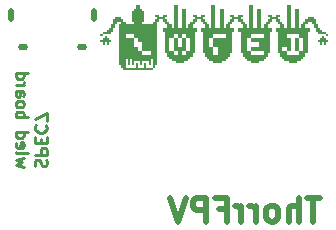
<source format=gbo>
%TF.GenerationSoftware,KiCad,Pcbnew,8.0.6*%
%TF.CreationDate,2025-02-20T11:34:02+01:00*%
%TF.ProjectId,wled usermod,776c6564-2075-4736-9572-6d6f642e6b69,rev?*%
%TF.SameCoordinates,Original*%
%TF.FileFunction,Legend,Bot*%
%TF.FilePolarity,Positive*%
%FSLAX46Y46*%
G04 Gerber Fmt 4.6, Leading zero omitted, Abs format (unit mm)*
G04 Created by KiCad (PCBNEW 8.0.6) date 2025-02-20 11:34:02*
%MOMM*%
%LPD*%
G01*
G04 APERTURE LIST*
%ADD10C,0.500000*%
%ADD11C,0.250000*%
%ADD12C,0.000000*%
%ADD13O,0.500000X1.150000*%
%ADD14O,0.850000X0.550000*%
G04 APERTURE END LIST*
D10*
X163140576Y-107339238D02*
X161997719Y-107339238D01*
X162569148Y-109339238D02*
X162569148Y-107339238D01*
X161331052Y-109339238D02*
X161331052Y-107339238D01*
X160473909Y-109339238D02*
X160473909Y-108291619D01*
X160473909Y-108291619D02*
X160569147Y-108101142D01*
X160569147Y-108101142D02*
X160759623Y-108005904D01*
X160759623Y-108005904D02*
X161045338Y-108005904D01*
X161045338Y-108005904D02*
X161235814Y-108101142D01*
X161235814Y-108101142D02*
X161331052Y-108196380D01*
X159235814Y-109339238D02*
X159426290Y-109244000D01*
X159426290Y-109244000D02*
X159521528Y-109148761D01*
X159521528Y-109148761D02*
X159616766Y-108958285D01*
X159616766Y-108958285D02*
X159616766Y-108386857D01*
X159616766Y-108386857D02*
X159521528Y-108196380D01*
X159521528Y-108196380D02*
X159426290Y-108101142D01*
X159426290Y-108101142D02*
X159235814Y-108005904D01*
X159235814Y-108005904D02*
X158950099Y-108005904D01*
X158950099Y-108005904D02*
X158759623Y-108101142D01*
X158759623Y-108101142D02*
X158664385Y-108196380D01*
X158664385Y-108196380D02*
X158569147Y-108386857D01*
X158569147Y-108386857D02*
X158569147Y-108958285D01*
X158569147Y-108958285D02*
X158664385Y-109148761D01*
X158664385Y-109148761D02*
X158759623Y-109244000D01*
X158759623Y-109244000D02*
X158950099Y-109339238D01*
X158950099Y-109339238D02*
X159235814Y-109339238D01*
X157712004Y-109339238D02*
X157712004Y-108005904D01*
X157712004Y-108386857D02*
X157616766Y-108196380D01*
X157616766Y-108196380D02*
X157521528Y-108101142D01*
X157521528Y-108101142D02*
X157331052Y-108005904D01*
X157331052Y-108005904D02*
X157140575Y-108005904D01*
X156473909Y-109339238D02*
X156473909Y-108005904D01*
X156473909Y-108386857D02*
X156378671Y-108196380D01*
X156378671Y-108196380D02*
X156283433Y-108101142D01*
X156283433Y-108101142D02*
X156092957Y-108005904D01*
X156092957Y-108005904D02*
X155902480Y-108005904D01*
X154569147Y-108291619D02*
X155235814Y-108291619D01*
X155235814Y-109339238D02*
X155235814Y-107339238D01*
X155235814Y-107339238D02*
X154283433Y-107339238D01*
X153521528Y-109339238D02*
X153521528Y-107339238D01*
X153521528Y-107339238D02*
X152759623Y-107339238D01*
X152759623Y-107339238D02*
X152569147Y-107434476D01*
X152569147Y-107434476D02*
X152473909Y-107529714D01*
X152473909Y-107529714D02*
X152378671Y-107720190D01*
X152378671Y-107720190D02*
X152378671Y-108005904D01*
X152378671Y-108005904D02*
X152473909Y-108196380D01*
X152473909Y-108196380D02*
X152569147Y-108291619D01*
X152569147Y-108291619D02*
X152759623Y-108386857D01*
X152759623Y-108386857D02*
X153521528Y-108386857D01*
X151807242Y-107339238D02*
X151140576Y-109339238D01*
X151140576Y-109339238D02*
X150473909Y-107339238D01*
D11*
X139042944Y-104665050D02*
X138995324Y-104522193D01*
X138995324Y-104522193D02*
X138995324Y-104284098D01*
X138995324Y-104284098D02*
X139042944Y-104188860D01*
X139042944Y-104188860D02*
X139090563Y-104141241D01*
X139090563Y-104141241D02*
X139185801Y-104093622D01*
X139185801Y-104093622D02*
X139281039Y-104093622D01*
X139281039Y-104093622D02*
X139376277Y-104141241D01*
X139376277Y-104141241D02*
X139423896Y-104188860D01*
X139423896Y-104188860D02*
X139471515Y-104284098D01*
X139471515Y-104284098D02*
X139519134Y-104474574D01*
X139519134Y-104474574D02*
X139566753Y-104569812D01*
X139566753Y-104569812D02*
X139614372Y-104617431D01*
X139614372Y-104617431D02*
X139709610Y-104665050D01*
X139709610Y-104665050D02*
X139804848Y-104665050D01*
X139804848Y-104665050D02*
X139900086Y-104617431D01*
X139900086Y-104617431D02*
X139947705Y-104569812D01*
X139947705Y-104569812D02*
X139995324Y-104474574D01*
X139995324Y-104474574D02*
X139995324Y-104236479D01*
X139995324Y-104236479D02*
X139947705Y-104093622D01*
X138995324Y-103665050D02*
X139995324Y-103665050D01*
X139995324Y-103665050D02*
X139995324Y-103284098D01*
X139995324Y-103284098D02*
X139947705Y-103188860D01*
X139947705Y-103188860D02*
X139900086Y-103141241D01*
X139900086Y-103141241D02*
X139804848Y-103093622D01*
X139804848Y-103093622D02*
X139661991Y-103093622D01*
X139661991Y-103093622D02*
X139566753Y-103141241D01*
X139566753Y-103141241D02*
X139519134Y-103188860D01*
X139519134Y-103188860D02*
X139471515Y-103284098D01*
X139471515Y-103284098D02*
X139471515Y-103665050D01*
X139519134Y-102665050D02*
X139519134Y-102331717D01*
X138995324Y-102188860D02*
X138995324Y-102665050D01*
X138995324Y-102665050D02*
X139995324Y-102665050D01*
X139995324Y-102665050D02*
X139995324Y-102188860D01*
X139090563Y-101188860D02*
X139042944Y-101236479D01*
X139042944Y-101236479D02*
X138995324Y-101379336D01*
X138995324Y-101379336D02*
X138995324Y-101474574D01*
X138995324Y-101474574D02*
X139042944Y-101617431D01*
X139042944Y-101617431D02*
X139138182Y-101712669D01*
X139138182Y-101712669D02*
X139233420Y-101760288D01*
X139233420Y-101760288D02*
X139423896Y-101807907D01*
X139423896Y-101807907D02*
X139566753Y-101807907D01*
X139566753Y-101807907D02*
X139757229Y-101760288D01*
X139757229Y-101760288D02*
X139852467Y-101712669D01*
X139852467Y-101712669D02*
X139947705Y-101617431D01*
X139947705Y-101617431D02*
X139995324Y-101474574D01*
X139995324Y-101474574D02*
X139995324Y-101379336D01*
X139995324Y-101379336D02*
X139947705Y-101236479D01*
X139947705Y-101236479D02*
X139900086Y-101188860D01*
X139995324Y-100855526D02*
X139995324Y-100188860D01*
X139995324Y-100188860D02*
X138995324Y-100617431D01*
X138052047Y-104712669D02*
X137385380Y-104522193D01*
X137385380Y-104522193D02*
X137861571Y-104331717D01*
X137861571Y-104331717D02*
X137385380Y-104141241D01*
X137385380Y-104141241D02*
X138052047Y-103950765D01*
X137385380Y-103426955D02*
X137433000Y-103522193D01*
X137433000Y-103522193D02*
X137528238Y-103569812D01*
X137528238Y-103569812D02*
X138385380Y-103569812D01*
X137433000Y-102665050D02*
X137385380Y-102760288D01*
X137385380Y-102760288D02*
X137385380Y-102950764D01*
X137385380Y-102950764D02*
X137433000Y-103046002D01*
X137433000Y-103046002D02*
X137528238Y-103093621D01*
X137528238Y-103093621D02*
X137909190Y-103093621D01*
X137909190Y-103093621D02*
X138004428Y-103046002D01*
X138004428Y-103046002D02*
X138052047Y-102950764D01*
X138052047Y-102950764D02*
X138052047Y-102760288D01*
X138052047Y-102760288D02*
X138004428Y-102665050D01*
X138004428Y-102665050D02*
X137909190Y-102617431D01*
X137909190Y-102617431D02*
X137813952Y-102617431D01*
X137813952Y-102617431D02*
X137718714Y-103093621D01*
X137385380Y-101760288D02*
X138385380Y-101760288D01*
X137433000Y-101760288D02*
X137385380Y-101855526D01*
X137385380Y-101855526D02*
X137385380Y-102046002D01*
X137385380Y-102046002D02*
X137433000Y-102141240D01*
X137433000Y-102141240D02*
X137480619Y-102188859D01*
X137480619Y-102188859D02*
X137575857Y-102236478D01*
X137575857Y-102236478D02*
X137861571Y-102236478D01*
X137861571Y-102236478D02*
X137956809Y-102188859D01*
X137956809Y-102188859D02*
X138004428Y-102141240D01*
X138004428Y-102141240D02*
X138052047Y-102046002D01*
X138052047Y-102046002D02*
X138052047Y-101855526D01*
X138052047Y-101855526D02*
X138004428Y-101760288D01*
X137385380Y-100522192D02*
X138385380Y-100522192D01*
X138004428Y-100522192D02*
X138052047Y-100426954D01*
X138052047Y-100426954D02*
X138052047Y-100236478D01*
X138052047Y-100236478D02*
X138004428Y-100141240D01*
X138004428Y-100141240D02*
X137956809Y-100093621D01*
X137956809Y-100093621D02*
X137861571Y-100046002D01*
X137861571Y-100046002D02*
X137575857Y-100046002D01*
X137575857Y-100046002D02*
X137480619Y-100093621D01*
X137480619Y-100093621D02*
X137433000Y-100141240D01*
X137433000Y-100141240D02*
X137385380Y-100236478D01*
X137385380Y-100236478D02*
X137385380Y-100426954D01*
X137385380Y-100426954D02*
X137433000Y-100522192D01*
X137385380Y-99474573D02*
X137433000Y-99569811D01*
X137433000Y-99569811D02*
X137480619Y-99617430D01*
X137480619Y-99617430D02*
X137575857Y-99665049D01*
X137575857Y-99665049D02*
X137861571Y-99665049D01*
X137861571Y-99665049D02*
X137956809Y-99617430D01*
X137956809Y-99617430D02*
X138004428Y-99569811D01*
X138004428Y-99569811D02*
X138052047Y-99474573D01*
X138052047Y-99474573D02*
X138052047Y-99331716D01*
X138052047Y-99331716D02*
X138004428Y-99236478D01*
X138004428Y-99236478D02*
X137956809Y-99188859D01*
X137956809Y-99188859D02*
X137861571Y-99141240D01*
X137861571Y-99141240D02*
X137575857Y-99141240D01*
X137575857Y-99141240D02*
X137480619Y-99188859D01*
X137480619Y-99188859D02*
X137433000Y-99236478D01*
X137433000Y-99236478D02*
X137385380Y-99331716D01*
X137385380Y-99331716D02*
X137385380Y-99474573D01*
X137385380Y-98284097D02*
X137909190Y-98284097D01*
X137909190Y-98284097D02*
X138004428Y-98331716D01*
X138004428Y-98331716D02*
X138052047Y-98426954D01*
X138052047Y-98426954D02*
X138052047Y-98617430D01*
X138052047Y-98617430D02*
X138004428Y-98712668D01*
X137433000Y-98284097D02*
X137385380Y-98379335D01*
X137385380Y-98379335D02*
X137385380Y-98617430D01*
X137385380Y-98617430D02*
X137433000Y-98712668D01*
X137433000Y-98712668D02*
X137528238Y-98760287D01*
X137528238Y-98760287D02*
X137623476Y-98760287D01*
X137623476Y-98760287D02*
X137718714Y-98712668D01*
X137718714Y-98712668D02*
X137766333Y-98617430D01*
X137766333Y-98617430D02*
X137766333Y-98379335D01*
X137766333Y-98379335D02*
X137813952Y-98284097D01*
X137385380Y-97807906D02*
X138052047Y-97807906D01*
X137861571Y-97807906D02*
X137956809Y-97760287D01*
X137956809Y-97760287D02*
X138004428Y-97712668D01*
X138004428Y-97712668D02*
X138052047Y-97617430D01*
X138052047Y-97617430D02*
X138052047Y-97522192D01*
X137385380Y-96760287D02*
X138385380Y-96760287D01*
X137433000Y-96760287D02*
X137385380Y-96855525D01*
X137385380Y-96855525D02*
X137385380Y-97046001D01*
X137385380Y-97046001D02*
X137433000Y-97141239D01*
X137433000Y-97141239D02*
X137480619Y-97188858D01*
X137480619Y-97188858D02*
X137575857Y-97236477D01*
X137575857Y-97236477D02*
X137861571Y-97236477D01*
X137861571Y-97236477D02*
X137956809Y-97188858D01*
X137956809Y-97188858D02*
X138004428Y-97141239D01*
X138004428Y-97141239D02*
X138052047Y-97046001D01*
X138052047Y-97046001D02*
X138052047Y-96855525D01*
X138052047Y-96855525D02*
X138004428Y-96760287D01*
D12*
%TO.C,G\u002A\u002A\u002A*%
G36*
X144724487Y-93558097D02*
G01*
X144724487Y-93646653D01*
X144635931Y-93646653D01*
X144547375Y-93646653D01*
X144547375Y-93558097D01*
X144547375Y-93469540D01*
X144635931Y-93469540D01*
X144724487Y-93469540D01*
X144724487Y-93558097D01*
G37*
G36*
X161367843Y-94355102D02*
G01*
X161367843Y-94886439D01*
X161190730Y-94886439D01*
X161013618Y-94886439D01*
X161013618Y-94355102D01*
X161013618Y-93823765D01*
X161190730Y-93823765D01*
X161367843Y-93823765D01*
X161367843Y-94355102D01*
G37*
G36*
X145078712Y-93735209D02*
G01*
X145078712Y-93823765D01*
X145167268Y-93823765D01*
X145255825Y-93823765D01*
X145255825Y-93912321D01*
X145255825Y-94000878D01*
X145344381Y-94000878D01*
X145432937Y-94000878D01*
X145432937Y-94089434D01*
X145432937Y-94177990D01*
X145344381Y-94177990D01*
X145255825Y-94177990D01*
X145255825Y-94266546D01*
X145255825Y-94355102D01*
X145167268Y-94355102D01*
X145078712Y-94355102D01*
X145078712Y-94266546D01*
X145078712Y-94177990D01*
X144990156Y-94177990D01*
X144901600Y-94177990D01*
X144901600Y-94266546D01*
X144901600Y-94355102D01*
X144813044Y-94355102D01*
X144724487Y-94355102D01*
X144724487Y-94266546D01*
X144724487Y-94177990D01*
X144635931Y-94177990D01*
X144547375Y-94177990D01*
X144547375Y-94089434D01*
X144547375Y-94000878D01*
X144635931Y-94000878D01*
X144724487Y-94000878D01*
X144724487Y-93912321D01*
X144724487Y-93823765D01*
X144813044Y-93823765D01*
X144901600Y-93823765D01*
X144901600Y-93735209D01*
X144901600Y-93646653D01*
X144990156Y-93646653D01*
X145078712Y-93646653D01*
X145078712Y-93735209D01*
G37*
G36*
X163493191Y-93735209D02*
G01*
X163493191Y-93823765D01*
X163581748Y-93823765D01*
X163670304Y-93823765D01*
X163670304Y-93912321D01*
X163670304Y-94000878D01*
X163758860Y-94000878D01*
X163847416Y-94000878D01*
X163847416Y-94089434D01*
X163847416Y-94177990D01*
X163758860Y-94177990D01*
X163670304Y-94177990D01*
X163670304Y-94266546D01*
X163670304Y-94355102D01*
X163581748Y-94355102D01*
X163493191Y-94355102D01*
X163493191Y-94266546D01*
X163493191Y-94177990D01*
X163404635Y-94177990D01*
X163316079Y-94177990D01*
X163316079Y-94266546D01*
X163316079Y-94355102D01*
X163227523Y-94355102D01*
X163138967Y-94355102D01*
X163138967Y-94266546D01*
X163138967Y-94177990D01*
X163050410Y-94177990D01*
X162961854Y-94177990D01*
X162961854Y-94089434D01*
X162961854Y-94000878D01*
X163050410Y-94000878D01*
X163138967Y-94000878D01*
X163138967Y-93912321D01*
X163138967Y-93823765D01*
X163227523Y-93823765D01*
X163316079Y-93823765D01*
X163316079Y-93735209D01*
X163316079Y-93646653D01*
X163404635Y-93646653D01*
X163493191Y-93646653D01*
X163493191Y-93735209D01*
G37*
G36*
X147912510Y-91167079D02*
G01*
X147912510Y-91344192D01*
X148001067Y-91344192D01*
X148089623Y-91344192D01*
X148089623Y-91432748D01*
X148089623Y-91521304D01*
X148178179Y-91521304D01*
X148266735Y-91521304D01*
X148266735Y-91964085D01*
X148266735Y-92406866D01*
X148178179Y-92406866D01*
X148089623Y-92406866D01*
X148089623Y-92495422D01*
X148089623Y-92583978D01*
X148532404Y-92583978D01*
X148975185Y-92583978D01*
X148975185Y-92495422D01*
X148975185Y-92406866D01*
X149063741Y-92406866D01*
X149152297Y-92406866D01*
X149152297Y-92318310D01*
X149152297Y-92229754D01*
X149240853Y-92229754D01*
X149329410Y-92229754D01*
X149329410Y-92141197D01*
X149329410Y-92052641D01*
X149240853Y-92052641D01*
X149152297Y-92052641D01*
X149152297Y-91964085D01*
X149152297Y-91875529D01*
X149329410Y-91875529D01*
X149506522Y-91875529D01*
X149506522Y-91964085D01*
X149506522Y-92052641D01*
X149683634Y-92052641D01*
X149860747Y-92052641D01*
X149860747Y-91964085D01*
X149860747Y-91875529D01*
X150037859Y-91875529D01*
X150214971Y-91875529D01*
X150214971Y-91964085D01*
X150214971Y-92052641D01*
X150126415Y-92052641D01*
X150037859Y-92052641D01*
X150037859Y-92141197D01*
X150037859Y-92229754D01*
X150126415Y-92229754D01*
X150214971Y-92229754D01*
X150214971Y-92318310D01*
X150214971Y-92406866D01*
X150303528Y-92406866D01*
X150392084Y-92406866D01*
X150392084Y-92495422D01*
X150392084Y-92583978D01*
X150480640Y-92583978D01*
X150569196Y-92583978D01*
X150569196Y-92761091D01*
X150569196Y-92938203D01*
X150657752Y-92938203D01*
X150746309Y-92938203D01*
X150746309Y-91964085D01*
X150746309Y-90989967D01*
X150923421Y-90989967D01*
X151100533Y-90989967D01*
X151100533Y-91964085D01*
X151100533Y-92938203D01*
X151277646Y-92938203D01*
X151454758Y-92938203D01*
X151454758Y-92141197D01*
X151454758Y-91344192D01*
X151631871Y-91344192D01*
X151808983Y-91344192D01*
X151808983Y-92141197D01*
X151808983Y-92938203D01*
X151897539Y-92938203D01*
X151986095Y-92938203D01*
X151986095Y-92761091D01*
X151986095Y-92583978D01*
X152074652Y-92583978D01*
X152163208Y-92583978D01*
X152163208Y-92495422D01*
X152163208Y-92406866D01*
X152251764Y-92406866D01*
X152340320Y-92406866D01*
X152340320Y-92318310D01*
X152340320Y-92229754D01*
X152428876Y-92229754D01*
X152517433Y-92229754D01*
X152517433Y-92141197D01*
X152517433Y-92052641D01*
X152428876Y-92052641D01*
X152340320Y-92052641D01*
X152340320Y-91964085D01*
X152340320Y-91875529D01*
X152517433Y-91875529D01*
X152694545Y-91875529D01*
X152694545Y-91964085D01*
X152694545Y-92052641D01*
X152871657Y-92052641D01*
X153048770Y-92052641D01*
X153048770Y-91964085D01*
X153048770Y-91875529D01*
X153225882Y-91875529D01*
X153402994Y-91875529D01*
X153402994Y-91964085D01*
X153402994Y-92052641D01*
X153314438Y-92052641D01*
X153225882Y-92052641D01*
X153225882Y-92141197D01*
X153225882Y-92229754D01*
X153314438Y-92229754D01*
X153402994Y-92229754D01*
X153402994Y-92318310D01*
X153402994Y-92406866D01*
X153491551Y-92406866D01*
X153580107Y-92406866D01*
X153580107Y-92495422D01*
X153580107Y-92583978D01*
X153668663Y-92583978D01*
X153757219Y-92583978D01*
X153757219Y-92761091D01*
X153757219Y-92938203D01*
X153845775Y-92938203D01*
X153934332Y-92938203D01*
X153934332Y-91964085D01*
X153934332Y-90989967D01*
X154108839Y-90989967D01*
X154283347Y-90989967D01*
X154283347Y-91964085D01*
X154283347Y-92938203D01*
X154460460Y-92938203D01*
X154637572Y-92938203D01*
X154637572Y-92141197D01*
X154637572Y-91344192D01*
X154814684Y-91344192D01*
X154991797Y-91344192D01*
X154991797Y-92141197D01*
X154991797Y-92938203D01*
X155080353Y-92938203D01*
X155168909Y-92938203D01*
X155168909Y-92761091D01*
X155168909Y-92583978D01*
X155257465Y-92583978D01*
X155346022Y-92583978D01*
X155346022Y-92495422D01*
X155346022Y-92406866D01*
X155434578Y-92406866D01*
X155523134Y-92406866D01*
X155523134Y-92318310D01*
X155523134Y-92229754D01*
X155611690Y-92229754D01*
X155700246Y-92229754D01*
X155700246Y-92141197D01*
X155700246Y-92052641D01*
X155611690Y-92052641D01*
X155523134Y-92052641D01*
X155523134Y-91964085D01*
X155523134Y-91875529D01*
X155700246Y-91875529D01*
X155877359Y-91875529D01*
X155877359Y-91964085D01*
X155877359Y-92052641D01*
X156054471Y-92052641D01*
X156231583Y-92052641D01*
X156231583Y-91964085D01*
X156231583Y-91875529D01*
X156408696Y-91875529D01*
X156585808Y-91875529D01*
X156585808Y-91964085D01*
X156585808Y-92052641D01*
X156497252Y-92052641D01*
X156408696Y-92052641D01*
X156408696Y-92141197D01*
X156408696Y-92229754D01*
X156497252Y-92229754D01*
X156585808Y-92229754D01*
X156585808Y-92318310D01*
X156585808Y-92406866D01*
X156674364Y-92406866D01*
X156762921Y-92406866D01*
X156762921Y-92495422D01*
X156762921Y-92583978D01*
X156851477Y-92583978D01*
X156940033Y-92583978D01*
X156940033Y-92761091D01*
X156940033Y-92938203D01*
X157028589Y-92938203D01*
X157117145Y-92938203D01*
X157117145Y-91964085D01*
X157117145Y-90989967D01*
X157294258Y-90989967D01*
X157471370Y-90989967D01*
X157471370Y-91964085D01*
X157471370Y-92938203D01*
X157648483Y-92938203D01*
X157825595Y-92938203D01*
X157825595Y-92141197D01*
X157825595Y-91344192D01*
X158002707Y-91344192D01*
X158179820Y-91344192D01*
X158179820Y-92141197D01*
X158179820Y-92938203D01*
X158268376Y-92938203D01*
X158356932Y-92938203D01*
X158356932Y-92761091D01*
X158356932Y-92583978D01*
X158445488Y-92583978D01*
X158534044Y-92583978D01*
X158534044Y-92495422D01*
X158534044Y-92406866D01*
X158622601Y-92406866D01*
X158711157Y-92406866D01*
X158711157Y-92318310D01*
X158711157Y-92229754D01*
X158799713Y-92229754D01*
X158888269Y-92229754D01*
X158888269Y-92141197D01*
X158888269Y-92052641D01*
X158799713Y-92052641D01*
X158711157Y-92052641D01*
X158711157Y-91964085D01*
X158711157Y-91875529D01*
X158888269Y-91875529D01*
X159065382Y-91875529D01*
X159065382Y-91964085D01*
X159065382Y-92052641D01*
X159242494Y-92052641D01*
X159419606Y-92052641D01*
X159419606Y-91964085D01*
X159419606Y-91875529D01*
X159596719Y-91875529D01*
X159773831Y-91875529D01*
X159773831Y-91964085D01*
X159773831Y-92052641D01*
X159685275Y-92052641D01*
X159596719Y-92052641D01*
X159596719Y-92141197D01*
X159596719Y-92229754D01*
X159685275Y-92229754D01*
X159773831Y-92229754D01*
X159773831Y-92318310D01*
X159773831Y-92406866D01*
X159862387Y-92406866D01*
X159950944Y-92406866D01*
X159950944Y-92495422D01*
X159950944Y-92583978D01*
X160039500Y-92583978D01*
X160128056Y-92583978D01*
X160128056Y-92761091D01*
X160128056Y-92938203D01*
X160216612Y-92938203D01*
X160305168Y-92938203D01*
X160305168Y-91964085D01*
X160305168Y-90989967D01*
X160482281Y-90989967D01*
X160659393Y-90989967D01*
X160659393Y-91964085D01*
X160659393Y-92938203D01*
X160836506Y-92938203D01*
X161013618Y-92938203D01*
X161013618Y-92141197D01*
X161013618Y-91344192D01*
X161190730Y-91344192D01*
X161367843Y-91344192D01*
X161367843Y-92141197D01*
X161367843Y-92938203D01*
X161456399Y-92938203D01*
X161544955Y-92938203D01*
X161544955Y-92761091D01*
X161544955Y-92583978D01*
X161633511Y-92583978D01*
X161722067Y-92583978D01*
X161722067Y-92495422D01*
X161722067Y-92406866D01*
X161810624Y-92406866D01*
X161899180Y-92406866D01*
X161899180Y-92318310D01*
X161899180Y-92229754D01*
X161987736Y-92229754D01*
X162076292Y-92229754D01*
X162076292Y-92141197D01*
X162076292Y-92052641D01*
X162341961Y-92052641D01*
X162607629Y-92052641D01*
X162607629Y-92141197D01*
X162607629Y-92229754D01*
X162696186Y-92229754D01*
X162784742Y-92229754D01*
X162784742Y-92406866D01*
X162784742Y-92583978D01*
X162873298Y-92583978D01*
X162961854Y-92583978D01*
X162961854Y-92761091D01*
X162961854Y-92938203D01*
X163050410Y-92938203D01*
X163138967Y-92938203D01*
X163138967Y-93026759D01*
X163138967Y-93115316D01*
X163227523Y-93115316D01*
X163316079Y-93115316D01*
X163316079Y-93203872D01*
X163316079Y-93292428D01*
X163493191Y-93292428D01*
X163670304Y-93292428D01*
X163670304Y-93380984D01*
X163670304Y-93469540D01*
X163316079Y-93469540D01*
X162961854Y-93469540D01*
X162961854Y-93380984D01*
X162961854Y-93292428D01*
X162873298Y-93292428D01*
X162784742Y-93292428D01*
X162784742Y-93115316D01*
X162784742Y-92938203D01*
X162696186Y-92938203D01*
X162607629Y-92938203D01*
X162607629Y-92761091D01*
X162607629Y-92583978D01*
X162519073Y-92583978D01*
X162430517Y-92583978D01*
X162430517Y-92495422D01*
X162430517Y-92406866D01*
X162253405Y-92406866D01*
X162076292Y-92406866D01*
X162076292Y-92495422D01*
X162076292Y-92583978D01*
X161987736Y-92583978D01*
X161899180Y-92583978D01*
X161899180Y-92761091D01*
X161899180Y-92938203D01*
X162076292Y-92938203D01*
X162253405Y-92938203D01*
X162253405Y-93115316D01*
X162253405Y-93292428D01*
X162164848Y-93292428D01*
X162076292Y-93292428D01*
X162076292Y-94177990D01*
X162076292Y-95063552D01*
X161987736Y-95063552D01*
X161899180Y-95063552D01*
X161899180Y-95240664D01*
X161899180Y-95417777D01*
X161810624Y-95417777D01*
X161722067Y-95417777D01*
X161722067Y-95506333D01*
X161722067Y-95594889D01*
X161633511Y-95594889D01*
X161544955Y-95594889D01*
X161544955Y-95683445D01*
X161544955Y-95772001D01*
X161367843Y-95772001D01*
X161190730Y-95772001D01*
X161190730Y-95860558D01*
X161190730Y-95949114D01*
X160836506Y-95949114D01*
X160482281Y-95949114D01*
X160482281Y-95860558D01*
X160482281Y-95772001D01*
X160305168Y-95772001D01*
X160128056Y-95772001D01*
X160128056Y-95683445D01*
X160128056Y-95594889D01*
X160039500Y-95594889D01*
X159950944Y-95594889D01*
X159950944Y-95506333D01*
X159950944Y-95417777D01*
X159862387Y-95417777D01*
X159773831Y-95417777D01*
X159773831Y-95240664D01*
X159773831Y-95063552D01*
X159685275Y-95063552D01*
X159596719Y-95063552D01*
X159596719Y-94886439D01*
X159596719Y-94532215D01*
X159950944Y-94532215D01*
X159950944Y-94709327D01*
X159950944Y-94886439D01*
X160128056Y-94886439D01*
X160305168Y-94886439D01*
X160305168Y-95063552D01*
X160305168Y-95240664D01*
X160836506Y-95240664D01*
X161367843Y-95240664D01*
X161367843Y-95063552D01*
X161367843Y-94886439D01*
X161544955Y-94886439D01*
X161722067Y-94886439D01*
X161722067Y-94355102D01*
X161722067Y-93823765D01*
X161544955Y-93823765D01*
X161367843Y-93823765D01*
X161367843Y-93646653D01*
X161367843Y-93469540D01*
X160836506Y-93469540D01*
X160305168Y-93469540D01*
X160305168Y-93646653D01*
X160305168Y-93823765D01*
X160482281Y-93823765D01*
X160659393Y-93823765D01*
X160659393Y-94355102D01*
X160659393Y-94886439D01*
X160482281Y-94886439D01*
X160305168Y-94886439D01*
X160305168Y-94709327D01*
X160305168Y-94532215D01*
X160128056Y-94532215D01*
X159950944Y-94532215D01*
X159596719Y-94532215D01*
X159596719Y-94177990D01*
X159596719Y-93292428D01*
X159508163Y-93292428D01*
X159419606Y-93292428D01*
X159419606Y-93115316D01*
X159419606Y-92938203D01*
X159596719Y-92938203D01*
X159773831Y-92938203D01*
X159773831Y-92761091D01*
X159773831Y-92583978D01*
X159685275Y-92583978D01*
X159596719Y-92583978D01*
X159596719Y-92495422D01*
X159596719Y-92406866D01*
X159508163Y-92406866D01*
X159419606Y-92406866D01*
X159419606Y-92318310D01*
X159419606Y-92229754D01*
X159242494Y-92229754D01*
X159065382Y-92229754D01*
X159065382Y-92318310D01*
X159065382Y-92406866D01*
X158976825Y-92406866D01*
X158888269Y-92406866D01*
X158888269Y-92495422D01*
X158888269Y-92583978D01*
X158799713Y-92583978D01*
X158711157Y-92583978D01*
X158711157Y-92761091D01*
X158711157Y-92938203D01*
X158888269Y-92938203D01*
X159065382Y-92938203D01*
X159065382Y-93115316D01*
X159065382Y-93292428D01*
X158976825Y-93292428D01*
X158888269Y-93292428D01*
X158888269Y-94177990D01*
X158888269Y-95063552D01*
X158799713Y-95063552D01*
X158711157Y-95063552D01*
X158711157Y-95240664D01*
X158711157Y-95417777D01*
X158622601Y-95417777D01*
X158534044Y-95417777D01*
X158534044Y-95506333D01*
X158534044Y-95594889D01*
X158445488Y-95594889D01*
X158356932Y-95594889D01*
X158356932Y-95683445D01*
X158356932Y-95772001D01*
X158179820Y-95772001D01*
X158002707Y-95772001D01*
X158002707Y-95860558D01*
X158002707Y-95949114D01*
X157648483Y-95949114D01*
X157294258Y-95949114D01*
X157294258Y-95860558D01*
X157294258Y-95772001D01*
X157117145Y-95772001D01*
X156940033Y-95772001D01*
X156940033Y-95683445D01*
X156940033Y-95594889D01*
X156851477Y-95594889D01*
X156762921Y-95594889D01*
X156762921Y-95506333D01*
X156762921Y-95417777D01*
X156674364Y-95417777D01*
X156585808Y-95417777D01*
X156585808Y-95240664D01*
X156585808Y-95063552D01*
X156497252Y-95063552D01*
X156408696Y-95063552D01*
X156408696Y-94886439D01*
X156408696Y-94177990D01*
X156408696Y-93823765D01*
X156940033Y-93823765D01*
X156940033Y-94355102D01*
X156940033Y-94886439D01*
X157117145Y-94886439D01*
X157294258Y-94886439D01*
X157294258Y-95063552D01*
X157294258Y-95240664D01*
X157825595Y-95240664D01*
X158356932Y-95240664D01*
X158356932Y-95063552D01*
X158356932Y-94886439D01*
X157825595Y-94886439D01*
X157294258Y-94886439D01*
X157294258Y-94709327D01*
X157294258Y-94532215D01*
X157648483Y-94532215D01*
X158002707Y-94532215D01*
X158002707Y-94355102D01*
X158002707Y-94177990D01*
X157648483Y-94177990D01*
X157294258Y-94177990D01*
X157294258Y-94000878D01*
X157294258Y-93823765D01*
X157825595Y-93823765D01*
X158356932Y-93823765D01*
X158356932Y-93646653D01*
X158356932Y-93469540D01*
X157825595Y-93469540D01*
X157294258Y-93469540D01*
X157294258Y-93646653D01*
X157294258Y-93823765D01*
X157117145Y-93823765D01*
X156940033Y-93823765D01*
X156408696Y-93823765D01*
X156408696Y-93646653D01*
X156408696Y-93292428D01*
X156320140Y-93292428D01*
X156231583Y-93292428D01*
X156231583Y-93115316D01*
X156231583Y-92938203D01*
X156408696Y-92938203D01*
X156585808Y-92938203D01*
X156585808Y-92761091D01*
X156585808Y-92583978D01*
X156497252Y-92583978D01*
X156408696Y-92583978D01*
X156408696Y-92495422D01*
X156408696Y-92406866D01*
X156320140Y-92406866D01*
X156231583Y-92406866D01*
X156231583Y-92318310D01*
X156231583Y-92229754D01*
X156054471Y-92229754D01*
X155877359Y-92229754D01*
X155877359Y-92318310D01*
X155877359Y-92406866D01*
X155788802Y-92406866D01*
X155700246Y-92406866D01*
X155700246Y-92495422D01*
X155700246Y-92583978D01*
X155611690Y-92583978D01*
X155523134Y-92583978D01*
X155523134Y-92761091D01*
X155523134Y-92938203D01*
X155700246Y-92938203D01*
X155877359Y-92938203D01*
X155877359Y-93115316D01*
X155877359Y-93292428D01*
X155788802Y-93292428D01*
X155700246Y-93292428D01*
X155700246Y-94177990D01*
X155700246Y-95063552D01*
X155611690Y-95063552D01*
X155523134Y-95063552D01*
X155523134Y-95240664D01*
X155523134Y-95417777D01*
X155434578Y-95417777D01*
X155346022Y-95417777D01*
X155346022Y-95506333D01*
X155346022Y-95594889D01*
X155257465Y-95594889D01*
X155168909Y-95594889D01*
X155168909Y-95683445D01*
X155168909Y-95772001D01*
X154991797Y-95772001D01*
X154814684Y-95772001D01*
X154814684Y-95860558D01*
X154814684Y-95949114D01*
X154463064Y-95949114D01*
X154111444Y-95949114D01*
X154111444Y-95860558D01*
X154111444Y-95772001D01*
X153934332Y-95772001D01*
X153757219Y-95772001D01*
X153757219Y-95683445D01*
X153757219Y-95594889D01*
X153668663Y-95594889D01*
X153580107Y-95594889D01*
X153580107Y-95506333D01*
X153580107Y-95417777D01*
X153491551Y-95417777D01*
X153402994Y-95417777D01*
X153402994Y-95240664D01*
X153402994Y-95063552D01*
X153314438Y-95063552D01*
X153225882Y-95063552D01*
X153225882Y-94532215D01*
X153225882Y-94177990D01*
X153225882Y-93823765D01*
X153757219Y-93823765D01*
X153757219Y-94177990D01*
X153757219Y-94532215D01*
X153934332Y-94532215D01*
X154111444Y-94532215D01*
X154111444Y-94886439D01*
X154111444Y-95240664D01*
X154285952Y-95240664D01*
X154460460Y-95240664D01*
X154460460Y-94886439D01*
X154460460Y-94532215D01*
X154285952Y-94532215D01*
X154111444Y-94532215D01*
X154111444Y-94177990D01*
X154111444Y-93823765D01*
X154640177Y-93823765D01*
X155168909Y-93823765D01*
X155168909Y-93646653D01*
X155168909Y-93469540D01*
X154640177Y-93469540D01*
X154111444Y-93469540D01*
X154111444Y-93646653D01*
X154111444Y-93823765D01*
X153934332Y-93823765D01*
X153757219Y-93823765D01*
X153225882Y-93823765D01*
X153225882Y-93646653D01*
X153225882Y-93292428D01*
X153137326Y-93292428D01*
X153048770Y-93292428D01*
X153048770Y-93115316D01*
X153048770Y-92938203D01*
X153225882Y-92938203D01*
X153402994Y-92938203D01*
X153402994Y-92761091D01*
X153402994Y-92583978D01*
X153314438Y-92583978D01*
X153225882Y-92583978D01*
X153225882Y-92495422D01*
X153225882Y-92406866D01*
X153137326Y-92406866D01*
X153048770Y-92406866D01*
X153048770Y-92318310D01*
X153048770Y-92229754D01*
X152871657Y-92229754D01*
X152694545Y-92229754D01*
X152694545Y-92318310D01*
X152694545Y-92406866D01*
X152605989Y-92406866D01*
X152517433Y-92406866D01*
X152517433Y-92495422D01*
X152517433Y-92583978D01*
X152428876Y-92583978D01*
X152340320Y-92583978D01*
X152340320Y-92761091D01*
X152340320Y-92938203D01*
X152517433Y-92938203D01*
X152694545Y-92938203D01*
X152694545Y-93115316D01*
X152694545Y-93292428D01*
X152605989Y-93292428D01*
X152517433Y-93292428D01*
X152517433Y-94177990D01*
X152517433Y-95063552D01*
X152428876Y-95063552D01*
X152340320Y-95063552D01*
X152340320Y-95240664D01*
X152340320Y-95417777D01*
X152251764Y-95417777D01*
X152163208Y-95417777D01*
X152163208Y-95506333D01*
X152163208Y-95594889D01*
X152074652Y-95594889D01*
X151986095Y-95594889D01*
X151986095Y-95683445D01*
X151986095Y-95772001D01*
X151808983Y-95772001D01*
X151631871Y-95772001D01*
X151631871Y-95860558D01*
X151631871Y-95949114D01*
X151277646Y-95949114D01*
X150923421Y-95949114D01*
X150923421Y-95860558D01*
X150923421Y-95772001D01*
X150746309Y-95772001D01*
X150569196Y-95772001D01*
X150569196Y-95683445D01*
X150569196Y-95594889D01*
X150480640Y-95594889D01*
X150392084Y-95594889D01*
X150392084Y-95506333D01*
X150392084Y-95417777D01*
X150303528Y-95417777D01*
X150214971Y-95417777D01*
X150214971Y-95240664D01*
X150214971Y-95063552D01*
X150126415Y-95063552D01*
X150037859Y-95063552D01*
X150037859Y-94886439D01*
X150037859Y-94177990D01*
X150037859Y-93823765D01*
X150392084Y-93823765D01*
X150392084Y-94355102D01*
X150392084Y-94886439D01*
X150569196Y-94886439D01*
X150746309Y-94886439D01*
X150746309Y-95063552D01*
X150746309Y-95240664D01*
X150923421Y-95240664D01*
X151100533Y-95240664D01*
X151454758Y-95240664D01*
X151631871Y-95240664D01*
X151808983Y-95240664D01*
X151808983Y-95063552D01*
X151808983Y-94886439D01*
X151631871Y-94886439D01*
X151454758Y-94886439D01*
X151454758Y-95063552D01*
X151454758Y-95240664D01*
X151100533Y-95240664D01*
X151100533Y-95063552D01*
X151100533Y-94886439D01*
X150923421Y-94886439D01*
X150746309Y-94886439D01*
X150746309Y-94355102D01*
X150746309Y-93823765D01*
X150923421Y-93823765D01*
X151100533Y-93823765D01*
X151100533Y-94177990D01*
X151100533Y-94532215D01*
X151277646Y-94532215D01*
X151454758Y-94532215D01*
X151454758Y-94177990D01*
X151454758Y-93823765D01*
X151631871Y-93823765D01*
X151808983Y-93823765D01*
X151808983Y-94355102D01*
X151808983Y-94886439D01*
X151986095Y-94886439D01*
X152163208Y-94886439D01*
X152163208Y-94355102D01*
X152163208Y-93823765D01*
X151986095Y-93823765D01*
X151808983Y-93823765D01*
X151808983Y-93646653D01*
X151808983Y-93469540D01*
X151631871Y-93469540D01*
X151454758Y-93469540D01*
X151454758Y-93646653D01*
X151454758Y-93823765D01*
X151277646Y-93823765D01*
X151100533Y-93823765D01*
X151100533Y-93646653D01*
X151100533Y-93469540D01*
X150923421Y-93469540D01*
X150746309Y-93469540D01*
X150746309Y-93646653D01*
X150746309Y-93823765D01*
X150569196Y-93823765D01*
X150392084Y-93823765D01*
X150037859Y-93823765D01*
X150037859Y-93292428D01*
X149949303Y-93292428D01*
X149860747Y-93292428D01*
X149860747Y-93115316D01*
X149860747Y-92938203D01*
X150037859Y-92938203D01*
X150214971Y-92938203D01*
X150214971Y-92761091D01*
X150214971Y-92583978D01*
X150126415Y-92583978D01*
X150037859Y-92583978D01*
X150037859Y-92495422D01*
X150037859Y-92406866D01*
X149949303Y-92406866D01*
X149860747Y-92406866D01*
X149860747Y-92318310D01*
X149860747Y-92229754D01*
X149683634Y-92229754D01*
X149506522Y-92229754D01*
X149506522Y-92318310D01*
X149506522Y-92406866D01*
X149417966Y-92406866D01*
X149329410Y-92406866D01*
X149329410Y-94266546D01*
X149329410Y-96126226D01*
X149240853Y-96126226D01*
X149152297Y-96126226D01*
X149152297Y-96214782D01*
X149152297Y-96303339D01*
X149063741Y-96303339D01*
X148975185Y-96303339D01*
X148975185Y-95949114D01*
X148975185Y-95594889D01*
X148886629Y-95594889D01*
X148798072Y-95594889D01*
X148798072Y-95860558D01*
X148798072Y-96126226D01*
X148709516Y-96126226D01*
X148620960Y-96126226D01*
X148620960Y-95949114D01*
X148620960Y-95772001D01*
X148355291Y-95772001D01*
X148089623Y-95772001D01*
X148089623Y-95949114D01*
X148089623Y-96126226D01*
X148001067Y-96126226D01*
X147912510Y-96126226D01*
X147912510Y-95949114D01*
X147912510Y-95772001D01*
X147646842Y-95772001D01*
X147381173Y-95772001D01*
X147381173Y-95949114D01*
X147381173Y-96126226D01*
X147292617Y-96126226D01*
X147204061Y-96126226D01*
X147204061Y-95860558D01*
X147204061Y-95594889D01*
X147115505Y-95594889D01*
X147026949Y-95594889D01*
X147026949Y-95860558D01*
X147026949Y-96126226D01*
X146938392Y-96126226D01*
X146849836Y-96126226D01*
X146849836Y-95860558D01*
X146849836Y-95594889D01*
X146761280Y-95594889D01*
X146672724Y-95594889D01*
X146672724Y-95949114D01*
X146672724Y-96303339D01*
X147115505Y-96303339D01*
X147558286Y-96303339D01*
X147558286Y-96126226D01*
X147558286Y-95949114D01*
X147646842Y-95949114D01*
X147735398Y-95949114D01*
X147735398Y-96126226D01*
X147735398Y-96303339D01*
X148001067Y-96303339D01*
X148266735Y-96303339D01*
X148266735Y-96126226D01*
X148266735Y-95949114D01*
X148355291Y-95949114D01*
X148443848Y-95949114D01*
X148443848Y-96126226D01*
X148443848Y-96303339D01*
X148709516Y-96303339D01*
X148975185Y-96303339D01*
X148975185Y-96391895D01*
X148975185Y-96480451D01*
X147735398Y-96480451D01*
X146495611Y-96480451D01*
X146495611Y-96391895D01*
X146495611Y-96303339D01*
X146407055Y-96303339D01*
X146318499Y-96303339D01*
X146318499Y-96214782D01*
X146318499Y-96126226D01*
X146229943Y-96126226D01*
X146141387Y-96126226D01*
X146141387Y-95063552D01*
X148089623Y-95063552D01*
X148089623Y-95240664D01*
X148443848Y-95240664D01*
X148798072Y-95240664D01*
X148798072Y-95063552D01*
X148798072Y-94886439D01*
X148443848Y-94886439D01*
X148089623Y-94886439D01*
X148089623Y-95063552D01*
X146141387Y-95063552D01*
X146141387Y-94355102D01*
X146141387Y-93823765D01*
X146141387Y-93469540D01*
X146672724Y-93469540D01*
X146672724Y-93646653D01*
X146672724Y-93823765D01*
X147026949Y-93823765D01*
X147381173Y-93823765D01*
X147381173Y-94177990D01*
X147381173Y-94532215D01*
X147558286Y-94532215D01*
X147735398Y-94532215D01*
X147735398Y-94709327D01*
X147735398Y-94886439D01*
X147912510Y-94886439D01*
X148089623Y-94886439D01*
X148089623Y-94532215D01*
X148089623Y-94177990D01*
X147912510Y-94177990D01*
X147735398Y-94177990D01*
X147735398Y-94000878D01*
X147735398Y-93823765D01*
X147558286Y-93823765D01*
X147381173Y-93823765D01*
X147381173Y-93646653D01*
X147381173Y-93469540D01*
X147026949Y-93469540D01*
X146672724Y-93469540D01*
X146141387Y-93469540D01*
X146141387Y-92583978D01*
X146229943Y-92583978D01*
X146318499Y-92583978D01*
X146318499Y-92495422D01*
X146318499Y-92406866D01*
X146141387Y-92406866D01*
X145964274Y-92406866D01*
X145964274Y-92495422D01*
X145964274Y-92583978D01*
X145875718Y-92583978D01*
X145787162Y-92583978D01*
X145787162Y-92761091D01*
X145787162Y-92938203D01*
X145698606Y-92938203D01*
X145610049Y-92938203D01*
X145610049Y-93115316D01*
X145610049Y-93292428D01*
X145521493Y-93292428D01*
X145432937Y-93292428D01*
X145432937Y-93380984D01*
X145432937Y-93469540D01*
X145078712Y-93469540D01*
X144724487Y-93469540D01*
X144724487Y-93380984D01*
X144724487Y-93292428D01*
X144901600Y-93292428D01*
X145078712Y-93292428D01*
X145078712Y-93203872D01*
X145078712Y-93115316D01*
X145167268Y-93115316D01*
X145255825Y-93115316D01*
X145255825Y-93026759D01*
X145255825Y-92938203D01*
X145344381Y-92938203D01*
X145432937Y-92938203D01*
X145432937Y-92761091D01*
X145432937Y-92583978D01*
X145521493Y-92583978D01*
X145610049Y-92583978D01*
X145610049Y-92406866D01*
X145610049Y-92229754D01*
X145698606Y-92229754D01*
X145787162Y-92229754D01*
X145787162Y-92141197D01*
X145787162Y-92052641D01*
X146052830Y-92052641D01*
X146318499Y-92052641D01*
X146318499Y-92141197D01*
X146318499Y-92229754D01*
X146407055Y-92229754D01*
X146495611Y-92229754D01*
X146495611Y-92318310D01*
X146495611Y-92406866D01*
X146584168Y-92406866D01*
X146672724Y-92406866D01*
X146672724Y-92495422D01*
X146672724Y-92583978D01*
X147026949Y-92583978D01*
X147381173Y-92583978D01*
X147381173Y-92495422D01*
X147381173Y-92406866D01*
X147292617Y-92406866D01*
X147204061Y-92406866D01*
X147204061Y-91964085D01*
X147204061Y-91521304D01*
X147292617Y-91521304D01*
X147381173Y-91521304D01*
X147381173Y-91432748D01*
X147381173Y-91344192D01*
X147469729Y-91344192D01*
X147558286Y-91344192D01*
X147558286Y-91167079D01*
X147558286Y-90989967D01*
X147735398Y-90989967D01*
X147912510Y-90989967D01*
X147912510Y-91167079D01*
G37*
G36*
X163758860Y-93469540D02*
G01*
X163847416Y-93469540D01*
X163847416Y-93558097D01*
X163847416Y-93646653D01*
X163758860Y-93646653D01*
X163670304Y-93646653D01*
X163670304Y-93558097D01*
X163670304Y-93469540D01*
X163758860Y-93469540D01*
G37*
%TD*%
D13*
X143970000Y-91840000D03*
D14*
X142970000Y-94540000D03*
X137970000Y-94540000D03*
D13*
X136970000Y-91840000D03*
M02*

</source>
